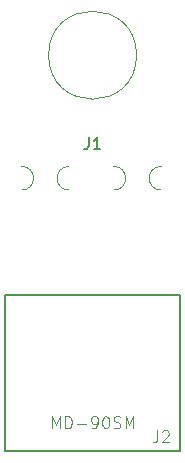
<source format=gto>
G04 #@! TF.GenerationSoftware,KiCad,Pcbnew,(5.1.0)-1*
G04 #@! TF.CreationDate,2019-07-11T17:38:34-04:00*
G04 #@! TF.ProjectId,8 Pin DIN to 9 Pin Mini DIN,38205069-6e20-4444-994e-20746f203920,rev?*
G04 #@! TF.SameCoordinates,Original*
G04 #@! TF.FileFunction,Legend,Top*
G04 #@! TF.FilePolarity,Positive*
%FSLAX46Y46*%
G04 Gerber Fmt 4.6, Leading zero omitted, Abs format (unit mm)*
G04 Created by KiCad (PCBNEW (5.1.0)-1) date 2019-07-11 17:38:34*
%MOMM*%
%LPD*%
G04 APERTURE LIST*
%ADD10C,0.127000*%
%ADD11C,0.120000*%
%ADD12C,0.100000*%
%ADD13C,0.050000*%
%ADD14C,0.150000*%
G04 APERTURE END LIST*
D10*
X206000000Y-131710000D02*
X191200000Y-131710000D01*
X191200000Y-118500000D02*
X206000000Y-118500000D01*
X206000000Y-131700000D02*
X206000000Y-128000000D01*
X206000000Y-118500000D02*
X206000000Y-128000000D01*
X191200000Y-131700000D02*
X191200000Y-128000000D01*
X191200000Y-118500000D02*
X191200000Y-128000000D01*
D11*
X202325000Y-98180000D02*
G75*
G03X202325000Y-98180000I-3725000J0D01*
G01*
D12*
X200400000Y-109600000D02*
G75*
G03X200400000Y-107600000I0J1000000D01*
G01*
X204400000Y-107600000D02*
G75*
G03X204400000Y-109600000I0J-1000000D01*
G01*
X196600000Y-107600000D02*
G75*
G03X196600000Y-109600000I0J-1000000D01*
G01*
X192600000Y-109600000D02*
G75*
G03X192600000Y-107600000I0J1000000D01*
G01*
D13*
X204066440Y-129952008D02*
X204066440Y-130666780D01*
X204018788Y-130809734D01*
X203923485Y-130905037D01*
X203780531Y-130952688D01*
X203685228Y-130952688D01*
X204495302Y-130047311D02*
X204542954Y-129999660D01*
X204638257Y-129952008D01*
X204876514Y-129952008D01*
X204971817Y-129999660D01*
X205019468Y-130047311D01*
X205067120Y-130142614D01*
X205067120Y-130237917D01*
X205019468Y-130380871D01*
X204447651Y-130952688D01*
X205067120Y-130952688D01*
X195140921Y-129753258D02*
X195140921Y-128751318D01*
X195474901Y-129466990D01*
X195808881Y-128751318D01*
X195808881Y-129753258D01*
X196285995Y-129753258D02*
X196285995Y-128751318D01*
X196524552Y-128751318D01*
X196667687Y-128799030D01*
X196763110Y-128894452D01*
X196810821Y-128989875D01*
X196858532Y-129180721D01*
X196858532Y-129323855D01*
X196810821Y-129514701D01*
X196763110Y-129610124D01*
X196667687Y-129705547D01*
X196524552Y-129753258D01*
X196285995Y-129753258D01*
X197287935Y-129371567D02*
X198051318Y-129371567D01*
X198576144Y-129753258D02*
X198766990Y-129753258D01*
X198862412Y-129705547D01*
X198910124Y-129657835D01*
X199005547Y-129514701D01*
X199053258Y-129323855D01*
X199053258Y-128942164D01*
X199005547Y-128846741D01*
X198957835Y-128799030D01*
X198862412Y-128751318D01*
X198671567Y-128751318D01*
X198576144Y-128799030D01*
X198528432Y-128846741D01*
X198480721Y-128942164D01*
X198480721Y-129180721D01*
X198528432Y-129276144D01*
X198576144Y-129323855D01*
X198671567Y-129371567D01*
X198862412Y-129371567D01*
X198957835Y-129323855D01*
X199005547Y-129276144D01*
X199053258Y-129180721D01*
X199673507Y-128751318D02*
X199768930Y-128751318D01*
X199864352Y-128799030D01*
X199912064Y-128846741D01*
X199959775Y-128942164D01*
X200007487Y-129133010D01*
X200007487Y-129371567D01*
X199959775Y-129562412D01*
X199912064Y-129657835D01*
X199864352Y-129705547D01*
X199768930Y-129753258D01*
X199673507Y-129753258D01*
X199578084Y-129705547D01*
X199530372Y-129657835D01*
X199482661Y-129562412D01*
X199434950Y-129371567D01*
X199434950Y-129133010D01*
X199482661Y-128942164D01*
X199530372Y-128846741D01*
X199578084Y-128799030D01*
X199673507Y-128751318D01*
X200389178Y-129705547D02*
X200532312Y-129753258D01*
X200770870Y-129753258D01*
X200866292Y-129705547D01*
X200914004Y-129657835D01*
X200961715Y-129562412D01*
X200961715Y-129466990D01*
X200914004Y-129371567D01*
X200866292Y-129323855D01*
X200770870Y-129276144D01*
X200580024Y-129228432D01*
X200484601Y-129180721D01*
X200436890Y-129133010D01*
X200389178Y-129037587D01*
X200389178Y-128942164D01*
X200436890Y-128846741D01*
X200484601Y-128799030D01*
X200580024Y-128751318D01*
X200818581Y-128751318D01*
X200961715Y-128799030D01*
X201391118Y-129753258D02*
X201391118Y-128751318D01*
X201725098Y-129466990D01*
X202059078Y-128751318D01*
X202059078Y-129753258D01*
D14*
X198266666Y-105132380D02*
X198266666Y-105846666D01*
X198219047Y-105989523D01*
X198123809Y-106084761D01*
X197980952Y-106132380D01*
X197885714Y-106132380D01*
X199266666Y-106132380D02*
X198695238Y-106132380D01*
X198980952Y-106132380D02*
X198980952Y-105132380D01*
X198885714Y-105275238D01*
X198790476Y-105370476D01*
X198695238Y-105418095D01*
M02*

</source>
